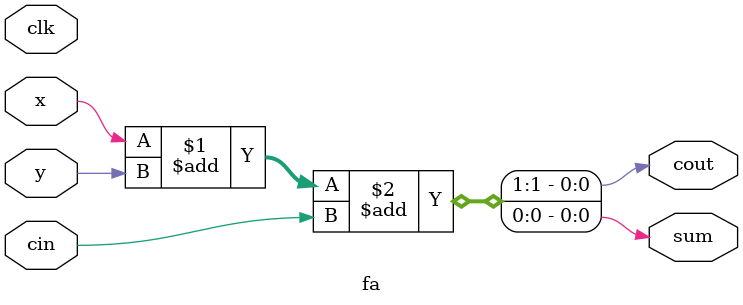
<source format=v>
module top (clk,rst_n,in_valid,x,y,s,c);

    input clk,rst_n,in_valid;
    input x,y;
    output reg s,c;

    reg in_x,in_y,in_c;
    reg [5:0] counter;

    wire c0;
    wire partans;

    always@(posedge clk or negedge rst_n)begin
        if(!rst_n)begin
            in_c <= 0;
        end
        else begin
            in_x <= x;
            in_y <= y;
            if(counter == 0)begin
                in_c <= 0;
            end
            else begin
                in_c <= c0;
            end
        end
    end

    always@(posedge clk or negedge rst_n)begin
        if(!rst_n)begin
            counter <= 0;
        end
        else if(in_valid)begin
            counter <= counter + 1'd1;
        end
        else begin
            counter <= 0;
        end
    end

    always@(*)begin
        s = partans;
        c = c0;
    end

    fa F0(.clk(clk), .x(in_x), .y(in_y), .cin(in_c), .cout(c0), .sum(partans));
    
endmodule
    

module fa(clk,x,y,cin,cout,sum);
    input  x,y,cin;
    input  clk;
    output sum;
    output cout;

    assign {cout,sum} = x+y+cin;
endmodule

</source>
